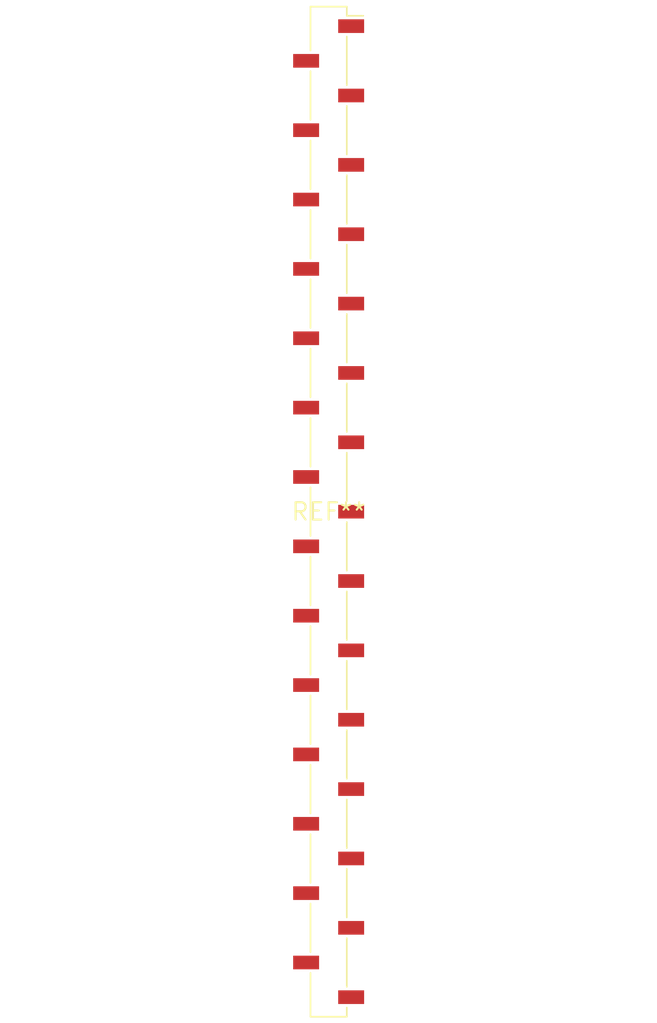
<source format=kicad_pcb>
(kicad_pcb (version 20240108) (generator pcbnew)
  (layers (0 "F.Cu" signal) (31 "B.Cu" signal) (34 "B.Paste" user) (35 "F.Paste" user) (36 "B.SilkS" user "B.Silkscreen") (37 "F.SilkS" user "F.Silkscreen") (38 "B.Mask" user) (39 "F.Mask" user) (44 "Edge.Cuts" user))
  (net 0 "")
  (footprint "PinSocket_1x29_P2.54mm_Vertical_SMD_Pin1Right" (layer "F.Cu") (at 0 0)
    (property "Reference" "REF**")
    (property "Value" "PinSocket_1x29_P2.54mm_Vertical_SMD_Pin1Right")
    (fp_line (start -1.33 -36.99) (end -1.33 -33.78) (layer "F.SilkS") (stroke (width 0.12)))
    (fp_line (start -1.33 -36.99) (end 1.33 -36.99) (layer "F.SilkS") (stroke (width 0.12)))
    (fp_line (start -1.33 -32.26) (end -1.33 -28.7) (layer "F.SilkS") (stroke (width 0.12)))
    (fp_line (start -1.33 -27.18) (end -1.33 -23.62) (layer "F.SilkS") (stroke (width 0.12)))
    (fp_line (start -1.33 -22.1) (end -1.33 -18.54) (layer "F.SilkS") (stroke (width 0.12)))
    (fp_line (start -1.33 -17.02) (end -1.33 -13.46) (layer "F.SilkS") (stroke (width 0.12)))
    (fp_line (start -1.33 -11.94) (end -1.33 -8.38) (layer "F.SilkS") (stroke (width 0.12)))
    (fp_line (start -1.33 -6.86) (end -1.33 -3.3) (layer "F.SilkS") (stroke (width 0.12)))
    (fp_line (start -1.33 -1.78) (end -1.33 1.78) (layer "F.SilkS") (stroke (width 0.12)))
    (fp_line (start -1.33 3.3) (end -1.33 6.86) (layer "F.SilkS") (stroke (width 0.12)))
    (fp_line (start -1.33 8.38) (end -1.33 11.94) (layer "F.SilkS") (stroke (width 0.12)))
    (fp_line (start -1.33 13.46) (end -1.33 17.02) (layer "F.SilkS") (stroke (width 0.12)))
    (fp_line (start -1.33 18.54) (end -1.33 22.1) (layer "F.SilkS") (stroke (width 0.12)))
    (fp_line (start -1.33 23.62) (end -1.33 27.18) (layer "F.SilkS") (stroke (width 0.12)))
    (fp_line (start -1.33 28.7) (end -1.33 32.26) (layer "F.SilkS") (stroke (width 0.12)))
    (fp_line (start -1.33 33.78) (end -1.33 36.99) (layer "F.SilkS") (stroke (width 0.12)))
    (fp_line (start -1.33 36.99) (end 1.33 36.99) (layer "F.SilkS") (stroke (width 0.12)))
    (fp_line (start 1.33 -36.99) (end 1.33 -36.32) (layer "F.SilkS") (stroke (width 0.12)))
    (fp_line (start 1.33 -36.32) (end 2.54 -36.32) (layer "F.SilkS") (stroke (width 0.12)))
    (fp_line (start 1.33 -34.8) (end 1.33 -31.24) (layer "F.SilkS") (stroke (width 0.12)))
    (fp_line (start 1.33 -29.72) (end 1.33 -26.16) (layer "F.SilkS") (stroke (width 0.12)))
    (fp_line (start 1.33 -24.64) (end 1.33 -21.08) (layer "F.SilkS") (stroke (width 0.12)))
    (fp_line (start 1.33 -19.56) (end 1.33 -16) (layer "F.SilkS") (stroke (width 0.12)))
    (fp_line (start 1.33 -14.48) (end 1.33 -10.92) (layer "F.SilkS") (stroke (width 0.12)))
    (fp_line (start 1.33 -9.4) (end 1.33 -5.84) (layer "F.SilkS") (stroke (width 0.12)))
    (fp_line (start 1.33 -4.32) (end 1.33 -0.76) (layer "F.SilkS") (stroke (width 0.12)))
    (fp_line (start 1.33 0.76) (end 1.33 4.32) (layer "F.SilkS") (stroke (width 0.12)))
    (fp_line (start 1.33 5.84) (end 1.33 9.4) (layer "F.SilkS") (stroke (width 0.12)))
    (fp_line (start 1.33 10.92) (end 1.33 14.48) (layer "F.SilkS") (stroke (width 0.12)))
    (fp_line (start 1.33 16) (end 1.33 19.56) (layer "F.SilkS") (stroke (width 0.12)))
    (fp_line (start 1.33 21.08) (end 1.33 24.64) (layer "F.SilkS") (stroke (width 0.12)))
    (fp_line (start 1.33 26.16) (end 1.33 29.72) (layer "F.SilkS") (stroke (width 0.12)))
    (fp_line (start 1.33 31.24) (end 1.33 34.8) (layer "F.SilkS") (stroke (width 0.12)))
    (fp_line (start 1.33 36.32) (end 1.33 36.99) (layer "F.SilkS") (stroke (width 0.12)))
    (pad "1" smd rect (at 1.65 -35.56) (size 1.9 1) (layers "F.Cu" "F.Paste" "F.Mask"))
    (pad "2" smd rect (at -1.65 -33.02) (size 1.9 1) (layers "F.Cu" "F.Paste" "F.Mask"))
    (pad "3" smd rect (at 1.65 -30.48) (size 1.9 1) (layers "F.Cu" "F.Paste" "F.Mask"))
    (pad "4" smd rect (at -1.65 -27.94) (size 1.9 1) (layers "F.Cu" "F.Paste" "F.Mask"))
    (pad "5" smd rect (at 1.65 -25.4) (size 1.9 1) (layers "F.Cu" "F.Paste" "F.Mask"))
    (pad "6" smd rect (at -1.65 -22.86) (size 1.9 1) (layers "F.Cu" "F.Paste" "F.Mask"))
    (pad "7" smd rect (at 1.65 -20.32) (size 1.9 1) (layers "F.Cu" "F.Paste" "F.Mask"))
    (pad "8" smd rect (at -1.65 -17.78) (size 1.9 1) (layers "F.Cu" "F.Paste" "F.Mask"))
    (pad "9" smd rect (at 1.65 -15.24) (size 1.9 1) (layers "F.Cu" "F.Paste" "F.Mask"))
    (pad "10" smd rect (at -1.65 -12.7) (size 1.9 1) (layers "F.Cu" "F.Paste" "F.Mask"))
    (pad "11" smd rect (at 1.65 -10.16) (size 1.9 1) (layers "F.Cu" "F.Paste" "F.Mask"))
    (pad "12" smd rect (at -1.65 -7.62) (size 1.9 1) (layers "F.Cu" "F.Paste" "F.Mask"))
    (pad "13" smd rect (at 1.65 -5.08) (size 1.9 1) (layers "F.Cu" "F.Paste" "F.Mask"))
    (pad "14" smd rect (at -1.65 -2.54) (size 1.9 1) (layers "F.Cu" "F.Paste" "F.Mask"))
    (pad "15" smd rect (at 1.65 0) (size 1.9 1) (layers "F.Cu" "F.Paste" "F.Mask"))
    (pad "16" smd rect (at -1.65 2.54) (size 1.9 1) (layers "F.Cu" "F.Paste" "F.Mask"))
    (pad "17" smd rect (at 1.65 5.08) (size 1.9 1) (layers "F.Cu" "F.Paste" "F.Mask"))
    (pad "18" smd rect (at -1.65 7.62) (size 1.9 1) (layers "F.Cu" "F.Paste" "F.Mask"))
    (pad "19" smd rect (at 1.65 10.16) (size 1.9 1) (layers "F.Cu" "F.Paste" "F.Mask"))
    (pad "20" smd rect (at -1.65 12.7) (size 1.9 1) (layers "F.Cu" "F.Paste" "F.Mask"))
    (pad "21" smd rect (at 1.65 15.24) (size 1.9 1) (layers "F.Cu" "F.Paste" "F.Mask"))
    (pad "22" smd rect (at -1.65 17.78) (size 1.9 1) (layers "F.Cu" "F.Paste" "F.Mask"))
    (pad "23" smd rect (at 1.65 20.32) (size 1.9 1) (layers "F.Cu" "F.Paste" "F.Mask"))
    (pad "24" smd rect (at -1.65 22.86) (size 1.9 1) (layers "F.Cu" "F.Paste" "F.Mask"))
    (pad "25" smd rect (at 1.65 25.4) (size 1.9 1) (layers "F.Cu" "F.Paste" "F.Mask"))
    (pad "26" smd rect (at -1.65 27.94) (size 1.9 1) (layers "F.Cu" "F.Paste" "F.Mask"))
    (pad "27" smd rect (at 1.65 30.48) (size 1.9 1) (layers "F.Cu" "F.Paste" "F.Mask"))
    (pad "28" smd rect (at -1.65 33.02) (size 1.9 1) (layers "F.Cu" "F.Paste" "F.Mask"))
    (pad "29" smd rect (at 1.65 35.56) (size 1.9 1) (layers "F.Cu" "F.Paste" "F.Mask"))
  )
)
</source>
